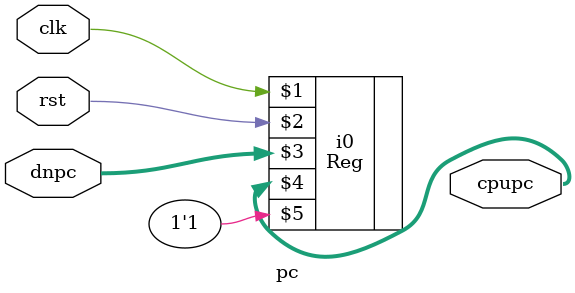
<source format=v>
module pc(input clk,input rst,input [31:0]dnpc,output [31:0]cpupc);
//位宽为32bit，复位值为0x80000000,写使能一直有效
//wire [31:0]zhongjian;
//assign zhongjian=cpupc+4;
//Reg #(32,32'h80000000) i0 (clk,rst,zhongjian,cpupc,1'b1);
Reg #(32,32'h80000000) i0 (clk,rst,dnpc,cpupc,1'b1);
endmodule

</source>
